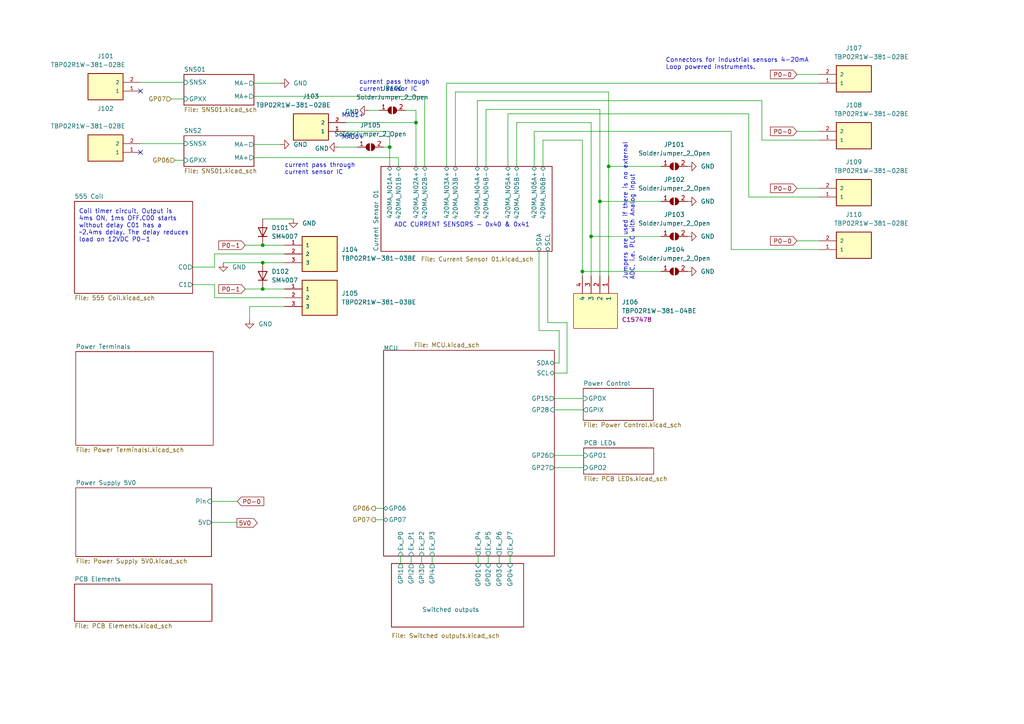
<source format=kicad_sch>
(kicad_sch (version 20211123) (generator eeschema)
  (paper "A4")
  (lib_symbols
    (symbol "Diode:SM4007" (pin_numbers hide) (pin_names (offset 1.016) hide)
      (property "Reference" "D" (at 0 2.54 0))
      (property "Value" "SM4007" (at 0 -2.54 0))
      (symbol "SM4007_0_1"
        (polyline (pts (xy -1.27 1.27) (xy -1.27 -1.27)) (stroke (width 0.254)))
        (polyline (pts (xy 1.27 0) (xy -1.27 0)))
        (polyline (pts (xy 1.27 1.27) (xy 1.27 -1.27) (xy -1.27 0) (xy 1.27 1.27)) (stroke (width 0.254)))
      )
      (symbol "SM4007_1_1"
        (pin passive line (at -3.81 0 0) (length 2.54) (name "K") (number "1"))
        (pin passive line (at 3.81 0 180) (length 2.54) (name "A") (number "2"))
      )
    )
    (symbol "Jumper:SolderJumper_2_Open" (pin_names (offset 0) hide)
      (property "Reference" "JP" (at 0 2.032 0))
      (property "Value" "SolderJumper_2_Open" (at 0 -2.54 0))
      (symbol "SolderJumper_2_Open_0_1"
        (arc (start -0.254 1.016) (mid -1.27 0) (end -0.254 -1.016))
        (arc (start -0.254 1.016) (mid -1.27 0) (end -0.254 -1.016) (fill (type outline)))
        (polyline (pts (xy -0.254 1.016) (xy -0.254 -1.016)))
        (polyline (pts (xy 0.254 1.016) (xy 0.254 -1.016)))
        (arc (start 0.254 -1.016) (mid 1.27 0) (end 0.254 1.016))
        (arc (start 0.254 -1.016) (mid 1.27 0) (end 0.254 1.016) (fill (type outline)))
      )
      (symbol "SolderJumper_2_Open_1_1"
        (pin passive line (at -3.81 0 0) (length 2.54) (name "A") (number "1"))
        (pin passive line (at 3.81 0 180) (length 2.54) (name "B") (number "2"))
      )
    )
    (symbol "PCB_Library:TBP02R1W-381-02BE" (pin_names (offset 1.016))
      (property "Reference" "J" (at -5.588 5.08 0))
      (property "Value" "TBP02R1W-381-02BE" (at -5.08 -5.08 0))
      (property "LCSC" "C507015" (at 0 0 0))
      (symbol "TBP02R1W-381-02BE_0_0"
        (rectangle (start -5.08 -2.54) (end 5.08 5.08) (stroke (width 0.254)) (fill (type background)))
        (pin passive line (at -10.16 2.54 0) (length 5.08) (name "1") (number "1"))
        (pin passive line (at -10.16 0 0) (length 5.08) (name "2") (number "2"))
      )
    )
    (symbol "PCB_Library:TBP02R1W-381-03BE" (pin_names (offset 1.016))
      (property "Reference" "J" (at -5.588 5.08 0))
      (property "Value" "TBP02R1W-381-03BE" (at -5.08 -7.62 0))
      (symbol "TBP02R1W-381-03BE_0_0"
        (rectangle (start -5.08 -5.08) (end 5.08 5.08) (stroke (width 0.254)) (fill (type background)))
        (pin passive line (at -10.16 2.54 0) (length 5.08) (name "1") (number "1"))
        (pin passive line (at -10.16 0 0) (length 5.08) (name "2") (number "2"))
        (pin passive line (at -10.16 -2.54 0) (length 5.08) (name "3") (number "3"))
      )
    )
    (symbol "PCB_Library:TBP02R1W-381-04BE" (pin_names (offset 0.762))
      (property "Reference" "J" (at 16.51 7.62 0))
      (property "Value" "TBP02R1W-381-04BE" (at 16.51 5.08 0))
      (property "LCSC" "C157478" (at 1.27 4.445 0))
      (symbol "TBP02R1W-381-04BE_0_0"
        (pin passive line (at 0 0 0) (length 5.08) (name "1") (number "1"))
        (pin passive line (at 0 -2.54 0) (length 5.08) (name "2") (number "2"))
        (pin passive line (at 0 -5.08 0) (length 5.08) (name "3") (number "3"))
        (pin passive line (at 0 -7.62 0) (length 5.08) (name "4") (number "4"))
      )
      (symbol "TBP02R1W-381-04BE_0_1"
        (polyline (pts (xy 5.08 2.54) (xy 15.24 2.54) (xy 15.24 -10.16) (xy 5.08 -10.16) (xy 5.08 2.54)) (stroke (width 0.1524)) (fill (type background)))
      )
    )
    (symbol "TBP02R1W-381-02BE_1" (pin_names (offset 1.016))
      (property "Reference" "J" (at -5.588 5.08 0))
      (property "Value" "TBP02R1W-381-02BE_1" (at -5.08 -5.08 0))
      (property "LCSC" "C507015" (at 0 0 0))
      (symbol "TBP02R1W-381-02BE_1_0_0"
        (rectangle (start -5.08 -2.54) (end 5.08 5.08) (stroke (width 0.254)) (fill (type background)))
        (pin passive line (at -10.16 2.54 0) (length 5.08) (name "1") (number "1"))
        (pin passive line (at -10.16 0 0) (length 5.08) (name "2") (number "2"))
      )
    )
    (symbol "TBP02R1W-381-02BE_2" (pin_names (offset 1.016))
      (property "Reference" "J" (at -5.588 5.08 0))
      (property "Value" "TBP02R1W-381-02BE_2" (at -5.08 -5.08 0))
      (property "LCSC" "C507015" (at 0 0 0))
      (symbol "TBP02R1W-381-02BE_2_0_0"
        (rectangle (start -5.08 -2.54) (end 5.08 5.08) (stroke (width 0.254)) (fill (type background)))
        (pin passive line (at -10.16 2.54 0) (length 5.08) (name "1") (number "1"))
        (pin passive line (at -10.16 0 0) (length 5.08) (name "2") (number "2"))
      )
    )
    (symbol "TBP02R1W-381-02BE_3" (pin_names (offset 1.016))
      (property "Reference" "J" (at -5.588 5.08 0))
      (property "Value" "TBP02R1W-381-02BE_3" (at -5.08 -5.08 0))
      (property "LCSC" "C507015" (at 0 0 0))
      (symbol "TBP02R1W-381-02BE_3_0_0"
        (rectangle (start -5.08 -2.54) (end 5.08 5.08) (stroke (width 0.254)) (fill (type background)))
        (pin passive line (at -10.16 2.54 0) (length 5.08) (name "1") (number "1"))
        (pin passive line (at -10.16 0 0) (length 5.08) (name "2") (number "2"))
      )
    )
    (symbol "TBP02R1W-381-02BE_4" (pin_names (offset 1.016))
      (property "Reference" "J" (at -5.588 5.08 0))
      (property "Value" "TBP02R1W-381-02BE_4" (at -5.08 -5.08 0))
      (property "LCSC" "C507015" (at 0 0 0))
      (symbol "TBP02R1W-381-02BE_4_0_0"
        (rectangle (start -5.08 -2.54) (end 5.08 5.08) (stroke (width 0.254)) (fill (type background)))
        (pin passive line (at -10.16 2.54 0) (length 5.08) (name "1") (number "1"))
        (pin passive line (at -10.16 0 0) (length 5.08) (name "2") (number "2"))
      )
    )
    (symbol "TBP02R1W-381-02BE_5" (pin_names (offset 1.016))
      (property "Reference" "J" (at -5.588 5.08 0))
      (property "Value" "TBP02R1W-381-02BE_5" (at -5.08 -5.08 0))
      (property "LCSC" "C507015" (at 0 0 0))
      (symbol "TBP02R1W-381-02BE_5_0_0"
        (rectangle (start -5.08 -2.54) (end 5.08 5.08) (stroke (width 0.254)) (fill (type background)))
        (pin passive line (at -10.16 2.54 0) (length 5.08) (name "1") (number "1"))
        (pin passive line (at -10.16 0 0) (length 5.08) (name "2") (number "2"))
      )
    )
    (symbol "TBP02R1W-381-02BE_6" (pin_names (offset 1.016))
      (property "Reference" "J" (at -5.588 5.08 0))
      (property "Value" "TBP02R1W-381-02BE_6" (at -5.08 -5.08 0))
      (property "LCSC" "C507015" (at 0 0 0))
      (symbol "TBP02R1W-381-02BE_6_0_0"
        (rectangle (start -5.08 -2.54) (end 5.08 5.08) (stroke (width 0.254)) (fill (type background)))
        (pin passive line (at -10.16 2.54 0) (length 5.08) (name "1") (number "1"))
        (pin passive line (at -10.16 0 0) (length 5.08) (name "2") (number "2"))
      )
    )
    (symbol "TBP02R1W-381-03BE_1" (pin_names (offset 1.016))
      (property "Reference" "J" (at -5.588 5.08 0))
      (property "Value" "TBP02R1W-381-03BE_1" (at -5.08 -7.62 0))
      (symbol "TBP02R1W-381-03BE_1_0_0"
        (rectangle (start -5.08 -5.08) (end 5.08 5.08) (stroke (width 0.254)) (fill (type background)))
        (pin passive line (at -10.16 2.54 0) (length 5.08) (name "1") (number "1"))
        (pin passive line (at -10.16 0 0) (length 5.08) (name "2") (number "2"))
        (pin passive line (at -10.16 -2.54 0) (length 5.08) (name "3") (number "3"))
      )
    )
    (symbol "power:GND" (power) (pin_names (offset 0))
      (property "Value" "GND" (at 0 -3.81 0))
      (symbol "GND_0_1"
        (polyline (pts (xy 0 0) (xy 0 -1.27) (xy 1.27 -1.27) (xy 0 -2.54) (xy -1.27 -1.27) (xy 0 -1.27)))
      )
      (symbol "GND_1_1"
        (pin power_in line (at 0 0 270) (length 0) hide (name "GND") (number "1"))
      )
    )
  )
  (junction (at 76.2 83.82))
  (junction (at 171.45 68.58))
  (junction (at 120.65 35.56))
  (junction (at 176.53 48.26))
  (junction (at 173.99 58.42))
  (junction (at 168.91 78.74))
  (junction (at 76.2 71.12))
  (junction (at 76.2 76.2))
  (junction (at 113.03 42.672))
  (no_connect (at 40.767 26.416))
  (no_connect (at 40.767 44.196))
  (wire (pts (xy 100.33 38.1) (xy 113.03 38.1)))
  (wire (pts (xy 82.55 86.36) (xy 62.23 86.36)))
  (wire (pts (xy 171.45 35.56) (xy 171.45 68.58)))
  (wire (pts (xy 72.39 88.9) (xy 72.39 92.71)))
  (wire (pts (xy 168.91 40.64) (xy 157.48 40.64)))
  (wire (pts (xy 138.684 161.29) (xy 138.684 163.449)))
  (wire (pts (xy 113.03 42.672) (xy 113.03 48.26)))
  (wire (pts (xy 191.77 78.74) (xy 168.91 78.74)))
  (wire (pts (xy 164.465 93.599) (xy 164.465 108.204)))
  (wire (pts (xy 73.66 24.13) (xy 81.28 24.13)))
  (wire (pts (xy 123.19 27.94) (xy 123.19 48.26)))
  (wire (pts (xy 61.341 151.511) (xy 68.707 151.511)))
  (wire (pts (xy 231.14 54.61) (xy 237.49 54.61)))
  (wire (pts (xy 176.53 48.26) (xy 191.77 48.26)))
  (wire (pts (xy 160.782 118.872) (xy 169.164 118.872)))
  (wire (pts (xy 115.57 48.26) (xy 115.57 45.72)))
  (wire (pts (xy 62.23 82.55) (xy 55.88 82.55)))
  (wire (pts (xy 129.54 24.13) (xy 237.49 24.13)))
  (wire (pts (xy 149.86 35.56) (xy 171.45 35.56)))
  (wire (pts (xy 173.99 80.01) (xy 173.99 58.42)))
  (wire (pts (xy 144.78 161.29) (xy 144.78 163.449)))
  (wire (pts (xy 82.55 88.9) (xy 72.39 88.9)))
  (wire (pts (xy 173.99 58.42) (xy 191.77 58.42)))
  (wire (pts (xy 149.86 48.26) (xy 149.86 35.56)))
  (wire (pts (xy 113.03 38.1) (xy 113.03 42.672)))
  (wire (pts (xy 129.54 24.13) (xy 129.54 48.26)))
  (wire (pts (xy 108.839 147.447) (xy 111.252 147.447)))
  (wire (pts (xy 217.17 57.15) (xy 217.17 33.02)))
  (wire (pts (xy 76.2 76.2) (xy 82.55 76.2)))
  (wire (pts (xy 100.33 35.56) (xy 120.65 35.56)))
  (wire (pts (xy 158.877 72.898) (xy 158.877 93.599)))
  (wire (pts (xy 106.934 32.004) (xy 109.982 32.004)))
  (wire (pts (xy 119.253 161.29) (xy 119.253 163.449)))
  (wire (pts (xy 212.09 38.1) (xy 212.09 72.39)))
  (wire (pts (xy 158.877 93.599) (xy 164.465 93.599)))
  (wire (pts (xy 160.782 105.283) (xy 162.179 105.283)))
  (wire (pts (xy 171.45 68.58) (xy 191.77 68.58)))
  (wire (pts (xy 160.782 115.57) (xy 169.164 115.57)))
  (wire (pts (xy 68.707 151.511) (xy 68.707 151.638)))
  (wire (pts (xy 62.23 73.66) (xy 82.55 73.66)))
  (wire (pts (xy 176.53 80.01) (xy 176.53 48.26)))
  (wire (pts (xy 73.66 41.91) (xy 81.28 41.91)))
  (wire (pts (xy 122.301 161.29) (xy 122.301 163.449)))
  (wire (pts (xy 147.32 33.02) (xy 147.32 48.26)))
  (wire (pts (xy 132.08 48.26) (xy 132.08 26.67)))
  (wire (pts (xy 108.839 150.749) (xy 111.252 150.749)))
  (wire (pts (xy 132.08 26.67) (xy 176.53 26.67)))
  (wire (pts (xy 98.171 42.672) (xy 103.632 42.672)))
  (wire (pts (xy 115.57 45.72) (xy 73.66 45.72)))
  (wire (pts (xy 168.91 78.74) (xy 168.91 80.01)))
  (wire (pts (xy 138.43 48.26) (xy 138.43 29.21)))
  (wire (pts (xy 160.782 132.08) (xy 169.291 132.08)))
  (wire (pts (xy 40.767 41.656) (xy 53.34 41.656)))
  (wire (pts (xy 171.45 80.01) (xy 171.45 68.58)))
  (wire (pts (xy 55.88 77.47) (xy 62.23 77.47)))
  (wire (pts (xy 176.53 26.67) (xy 176.53 48.26)))
  (wire (pts (xy 162.179 105.283) (xy 162.179 95.885)))
  (wire (pts (xy 71.12 71.12) (xy 76.2 71.12)))
  (wire (pts (xy 120.65 35.56) (xy 120.65 48.26)))
  (wire (pts (xy 156.337 95.885) (xy 156.337 72.898)))
  (wire (pts (xy 160.782 135.636) (xy 169.291 135.636)))
  (wire (pts (xy 49.657 28.702) (xy 53.34 28.702)))
  (wire (pts (xy 76.2 83.82) (xy 82.55 83.82)))
  (wire (pts (xy 231.14 38.1) (xy 237.49 38.1)))
  (wire (pts (xy 62.23 86.36) (xy 62.23 82.55)))
  (wire (pts (xy 168.91 78.74) (xy 168.91 40.64)))
  (wire (pts (xy 125.349 161.29) (xy 125.349 163.449)))
  (wire (pts (xy 120.65 32.004) (xy 120.65 35.56)))
  (wire (pts (xy 71.12 83.82) (xy 76.2 83.82)))
  (wire (pts (xy 231.14 21.59) (xy 237.49 21.59)))
  (wire (pts (xy 141.605 161.29) (xy 141.605 163.449)))
  (wire (pts (xy 237.49 57.15) (xy 217.17 57.15)))
  (wire (pts (xy 116.205 161.29) (xy 116.205 163.449)))
  (wire (pts (xy 164.465 108.204) (xy 160.782 108.204)))
  (wire (pts (xy 154.94 38.1) (xy 212.09 38.1)))
  (wire (pts (xy 147.32 33.02) (xy 217.17 33.02)))
  (wire (pts (xy 138.43 29.21) (xy 220.98 29.21)))
  (wire (pts (xy 173.99 58.42) (xy 173.99 31.75)))
  (wire (pts (xy 62.23 77.47) (xy 62.23 73.66)))
  (wire (pts (xy 73.66 27.94) (xy 123.19 27.94)))
  (wire (pts (xy 76.2 63.5) (xy 85.09 63.5)))
  (wire (pts (xy 162.179 95.885) (xy 156.337 95.885)))
  (wire (pts (xy 140.97 31.75) (xy 140.97 48.26)))
  (wire (pts (xy 117.602 32.004) (xy 120.65 32.004)))
  (wire (pts (xy 147.955 161.29) (xy 147.955 163.449)))
  (wire (pts (xy 64.77 76.2) (xy 76.2 76.2)))
  (wire (pts (xy 154.94 38.1) (xy 154.94 48.26)))
  (wire (pts (xy 173.99 31.75) (xy 140.97 31.75)))
  (wire (pts (xy 111.252 42.672) (xy 113.03 42.672)))
  (wire (pts (xy 61.341 145.415) (xy 68.834 145.415)))
  (wire (pts (xy 220.98 29.21) (xy 220.98 40.64)))
  (wire (pts (xy 157.48 40.64) (xy 157.48 48.26)))
  (wire (pts (xy 231.14 69.85) (xy 237.49 69.85)))
  (wire (pts (xy 76.2 71.12) (xy 82.55 71.12)))
  (wire (pts (xy 50.8 46.482) (xy 53.34 46.482)))
  (wire (pts (xy 220.98 40.64) (xy 237.49 40.64)))
  (wire (pts (xy 40.767 23.876) (xy 53.34 23.876)))
  (wire (pts (xy 212.09 72.39) (xy 237.49 72.39)))
  (text "Jumpers are used if there is no external \nADC, i.e. PLC with Analog input" (at 184.15 81.28 90) (effects (font (size 1.27 1.27)) (justify left bottom)))
  (text "Connectors for industrial sensors 4-20mA\nLoop powered instruments." (at 193.04 20.32 0) (effects (font (size 1.27 1.27)) (justify left bottom)))
  (text "MA00+" (at 99.06 40.64 0) (effects (font (size 1.27 1.27)) (justify left bottom)))
  (text "current pass through \ncurrent sensor IC" (at 82.55 50.8 0) (effects (font (size 1.27 1.27)) (justify left bottom)))
  (text "MA01+" (at 99.06 34.29 0) (effects (font (size 1.27 1.27)) (justify left bottom)))
  (text "ADC CURRENT SENSORS - 0x40 & 0x41" (at 114.3 66.04 0) (effects (font (size 1.27 1.27)) (justify left bottom)))
  (text "Coil timer circuit, Output is \n4ms ON, 1ms OFF.C00 starts \nwithout delay C01 has a \n~2.4ms delay. The delay reduces \nload on 12VDC P0-1\n\n" (at 22.86 72.39 0) (effects (font (size 1.27 1.27)) (justify left bottom)))
  (text "current pass through \ncurrent sensor IC" (at 104.14 26.67 0) (effects (font (size 1.27 1.27)) (justify left bottom)))
  (global_label "P0-0" (shape input) (at 231.14 69.85 180) (property "Intersheet References" "${INTERSHEET_REFS}" (effects hide)))
  (global_label "5V0" (shape output) (at 68.707 151.638 0) (property "Intersheet References" "${INTERSHEET_REFS}" (effects hide)))
  (global_label "P0-0" (shape input) (at 231.14 54.61 180) (property "Intersheet References" "${INTERSHEET_REFS}" (effects hide)))
  (global_label "P0-0" (shape input) (at 68.834 145.415 0) (property "Intersheet References" "${INTERSHEET_REFS}" (effects hide)))
  (global_label "P0-0" (shape input) (at 231.14 38.1 180) (property "Intersheet References" "${INTERSHEET_REFS}" (effects hide)))
  (global_label "P0-1" (shape input) (at 71.12 83.82 180) (property "Intersheet References" "${INTERSHEET_REFS}" (effects hide)))
  (global_label "P0-0" (shape input) (at 231.14 21.59 180) (property "Intersheet References" "${INTERSHEET_REFS}" (effects hide)))
  (global_label "P0-1" (shape input) (at 71.12 71.12 180) (property "Intersheet References" "${INTERSHEET_REFS}" (effects hide)))
  (hierarchical_label "GP07" (shape output) (at 108.839 150.749 180))
  (hierarchical_label "GP06" (shape output) (at 108.839 147.447 180))
  (hierarchical_label "GP07" (shape input) (at 49.657 28.702 180))
  (hierarchical_label "GP06" (shape input) (at 50.8 46.482 180))
  (symbol (lib_name "TBP02R1W-381-02BE_1") (lib_id "PCB_Library:TBP02R1W-381-02BE") (at 30.607 23.876 180) (unit 1)
    (property "Reference" "J101" (at 30.607 16.256 0))
    (property "Value" "TBP02R1W-381-02BE" (at 25.527 18.796 0))
    (property "Footprint" "PCB_Library:15EDGVM-3.81-02P-14-00A(H)" (effects hide))
    (property "Datasheet" "https://datasheet.lcsc.com/lcsc/2004011035_DEGSON-15EDGVM-3-81-02P-14-00A-H_C507020.pdf" (effects hide))
    (property "STANDARD" "Manufacturer Recommendations" (effects hide))
    (property "MANUFACTURER" "CUI" (effects hide))
    (property "LCSC" "C507015" (effects hide))
  )
  (symbol (lib_id "power:GND") (at 199.39 68.58 90) (unit 1)
    (property "Reference" "#PWR0108" (effects hide))
    (property "Value" "GND" (at 203.2 68.5799 90) (effects (justify right)))
  )
  (symbol (lib_id "power:GND") (at 81.28 41.91 90) (unit 1)
    (property "Reference" "#PWR0104" (effects hide))
    (property "Value" "GND" (at 85.09 41.9099 90) (effects (justify right)))
  )
  (symbol (lib_id "Jumper:SolderJumper_2_Open") (at 195.58 68.58 0) (unit 1)
    (property "Reference" "JP103" (at 195.58 62.23 0))
    (property "Value" "SolderJumper_2_Open" (at 195.58 64.77 0))
    (property "Footprint" "Footprints:SolderJumper-2_P1.3mm_Open_RoundedPad1.0x1.5mm" (effects hide))
  )
  (symbol (lib_name "TBP02R1W-381-02BE_4") (lib_id "PCB_Library:TBP02R1W-381-02BE") (at 247.65 21.59 0) (mirror x) (unit 1)
    (property "Reference" "J107" (at 247.65 13.97 0))
    (property "Value" "TBP02R1W-381-02BE" (at 252.73 16.51 0))
    (property "Footprint" "PCB_Library:15EDGVM-3.81-02P-14-00A(H)" (effects hide))
    (property "Datasheet" "https://datasheet.lcsc.com/lcsc/2004011035_DEGSON-15EDGVM-3-81-02P-14-00A-H_C507020.pdf" (effects hide))
    (property "STANDARD" "Manufacturer Recommendations" (effects hide))
    (property "MANUFACTURER" "CUI" (effects hide))
    (property "LCSC" "C507015" (effects hide))
  )
  (symbol (lib_id "PCB_Library:TBP02R1W-381-03BE") (at 92.71 86.36 0) (unit 1)
    (property "Reference" "J105" (at 99.06 85.0899 0) (effects (justify left)))
    (property "Value" "TBP02R1W-381-03BE" (at 99.06 87.6299 0) (effects (justify left)))
    (property "Footprint" "PCB_Library:15EDGVM-3.81-03P-14-00A(H)" (effects hide))
    (property "Datasheet" "https://datasheet.lcsc.com/lcsc/1912251710_Ningbo-Kangnex-Elec-WJ15EDGVM-3-81-3P_C106870.pdf" (effects hide))
    (property "STANDARD" "Manufacturer Recommendations" (effects hide))
    (property "MANUFACTURER" "DEGSON" (effects hide))
    (property "LCSC" "C528717" (effects hide))
  )
  (symbol (lib_id "PCB_Library:TBP02R1W-381-04BE") (at 176.53 80.01 270) (unit 1)
    (property "Reference" "J106" (at 180.34 87.6299 90) (effects (justify left)))
    (property "Value" "TBP02R1W-381-04BE" (at 180.34 90.1699 90) (effects (justify left)))
    (property "Footprint" "Library:CUI_TBP02R1W-381-04GR-UPDATE" (effects hide))
    (property "Datasheet" "https://www.cui.com/product/resource/tbp02r1w-381.pdf" (effects hide))
    (property "Description" "Position Terminal Block Header, Male Pins, Shrouded (4 Side) 0.150\" (3.81mm) 90, Right Angle Through Hole" (effects hide))
    (property "Height" "7.2" (effects hide))
    (property "Manufacturer_Name" "CUI Inc." (effects hide))
    (property "Manufacturer_Part_Number" "TBP02R1W-381-04BE" (effects hide))
    (property "LCSC" "C157478" (at 180.34 92.7099 90) (effects (justify left)))
  )
  (symbol (lib_id "Jumper:SolderJumper_2_Open") (at 195.58 48.26 0) (unit 1)
    (property "Reference" "JP101" (at 195.58 41.91 0))
    (property "Value" "SolderJumper_2_Open" (at 195.58 44.45 0))
    (property "Footprint" "Footprints:SolderJumper-2_P1.3mm_Open_RoundedPad1.0x1.5mm" (effects hide))
  )
  (symbol (lib_id "power:GND") (at 85.09 63.5 0) (unit 1)
    (property "Reference" "#PWR0105" (effects hide))
    (property "Value" "GND" (at 87.63 64.7699 0) (effects (justify left)))
  )
  (symbol (lib_name "TBP02R1W-381-02BE_5") (lib_id "PCB_Library:TBP02R1W-381-02BE") (at 247.65 69.85 0) (mirror x) (unit 1)
    (property "Reference" "J110" (at 247.65 62.23 0))
    (property "Value" "TBP02R1W-381-02BE" (at 252.73 64.77 0))
    (property "Footprint" "PCB_Library:15EDGVM-3.81-02P-14-00A(H)" (effects hide))
    (property "Datasheet" "https://datasheet.lcsc.com/lcsc/2004011035_DEGSON-15EDGVM-3-81-02P-14-00A-H_C507020.pdf" (effects hide))
    (property "STANDARD" "Manufacturer Recommendations" (effects hide))
    (property "MANUFACTURER" "CUI" (effects hide))
    (property "LCSC" "C507015" (effects hide))
  )
  (symbol (lib_id "power:GND") (at 98.171 42.672 270) (mirror x) (unit 1)
    (property "Reference" "#PWR0110" (effects hide))
    (property "Value" "GND" (at 91.313 43.053 90) (effects (justify left)))
  )
  (symbol (lib_id "Diode:SM4007") (at 76.2 80.01 90) (unit 1)
    (property "Reference" "D102" (at 78.74 78.7399 90) (effects (justify right)))
    (property "Value" "SM4007" (at 78.74 81.2799 90) (effects (justify right)))
    (property "Footprint" "Diode_SMD:D_MELF" (effects hide))
    (property "Datasheet" "http://cdn-reichelt.de/documents/datenblatt/A400/SMD1N400%23DIO.pdf" (effects hide))
    (property "LCSC" "C64898" (effects hide))
  )
  (symbol (lib_id "power:GND") (at 106.934 32.004 270) (mirror x) (unit 1)
    (property "Reference" "#PWR0111" (effects hide))
    (property "Value" "GND" (at 100.076 32.385 90) (effects (justify left)))
  )
  (symbol (lib_id "Jumper:SolderJumper_2_Open") (at 107.442 42.672 0) (unit 1)
    (property "Reference" "JP105" (at 107.442 36.322 0))
    (property "Value" "SolderJumper_2_Open" (at 107.442 38.862 0))
    (property "Footprint" "Footprints:SolderJumper-2_P1.3mm_Open_RoundedPad1.0x1.5mm" (effects hide))
  )
  (symbol (lib_name "TBP02R1W-381-02BE_6") (lib_id "PCB_Library:TBP02R1W-381-02BE") (at 247.65 54.61 0) (mirror x) (unit 1)
    (property "Reference" "J109" (at 247.65 46.99 0))
    (property "Value" "TBP02R1W-381-02BE" (at 252.73 49.53 0))
    (property "Footprint" "PCB_Library:15EDGVM-3.81-02P-14-00A(H)" (effects hide))
    (property "Datasheet" "https://datasheet.lcsc.com/lcsc/2004011035_DEGSON-15EDGVM-3-81-02P-14-00A-H_C507020.pdf" (effects hide))
    (property "STANDARD" "Manufacturer Recommendations" (effects hide))
    (property "MANUFACTURER" "CUI" (effects hide))
    (property "LCSC" "C507015" (effects hide))
  )
  (symbol (lib_id "Jumper:SolderJumper_2_Open") (at 195.58 78.74 0) (unit 1)
    (property "Reference" "JP104" (at 195.58 72.39 0))
    (property "Value" "SolderJumper_2_Open" (at 195.58 74.93 0))
    (property "Footprint" "Footprints:SolderJumper-2_P1.3mm_Open_RoundedPad1.0x1.5mm" (effects hide))
  )
  (symbol (lib_name "TBP02R1W-381-02BE_2") (lib_id "PCB_Library:TBP02R1W-381-02BE") (at 30.607 41.656 180) (unit 1)
    (property "Reference" "J102" (at 30.607 31.496 0))
    (property "Value" "TBP02R1W-381-02BE" (at 25.527 36.576 0))
    (property "Footprint" "PCB_Library:15EDGVM-3.81-02P-14-00A(H)" (effects hide))
    (property "Datasheet" "https://datasheet.lcsc.com/lcsc/2004011035_DEGSON-15EDGVM-3-81-02P-14-00A-H_C507020.pdf" (effects hide))
    (property "STANDARD" "Manufacturer Recommendations" (effects hide))
    (property "MANUFACTURER" "CUI" (effects hide))
    (property "LCSC" "C507015" (effects hide))
  )
  (symbol (lib_id "power:GND") (at 199.39 48.26 90) (unit 1)
    (property "Reference" "#PWR0106" (effects hide))
    (property "Value" "GND" (at 203.2 48.2599 90) (effects (justify right)))
  )
  (symbol (lib_name "TBP02R1W-381-03BE_1") (lib_id "PCB_Library:TBP02R1W-381-03BE") (at 92.71 73.66 0) (unit 1)
    (property "Reference" "J104" (at 99.06 72.3899 0) (effects (justify left)))
    (property "Value" "TBP02R1W-381-03BE" (at 99.06 74.9299 0) (effects (justify left)))
    (property "Footprint" "PCB_Library:15EDGVM-3.81-03P-14-00A(H)" (effects hide))
    (property "Datasheet" "https://datasheet.lcsc.com/lcsc/1912251710_Ningbo-Kangnex-Elec-WJ15EDGVM-3-81-3P_C106870.pdf" (effects hide))
    (property "STANDARD" "Manufacturer Recommendations" (effects hide))
    (property "MANUFACTURER" "CUI" (effects hide))
    (property "LCSC" "C528717" (effects hide))
  )
  (symbol (lib_id "power:GND") (at 199.39 78.74 90) (unit 1)
    (property "Reference" "#PWR0109" (effects hide))
    (property "Value" "GND" (at 203.2 78.7399 90) (effects (justify right)))
  )
  (symbol (lib_id "power:GND") (at 64.77 76.2 0) (unit 1)
    (property "Reference" "#PWR0101" (effects hide))
    (property "Value" "GND" (at 67.31 77.4699 0) (effects (justify left)))
  )
  (symbol (lib_id "Jumper:SolderJumper_2_Open") (at 195.58 58.42 0) (unit 1)
    (property "Reference" "JP102" (at 195.58 52.07 0))
    (property "Value" "SolderJumper_2_Open" (at 195.58 54.61 0))
    (property "Footprint" "Footprints:SolderJumper-2_P1.3mm_Open_RoundedPad1.0x1.5mm" (effects hide))
  )
  (symbol (lib_id "power:GND") (at 81.28 24.13 90) (unit 1)
    (property "Reference" "#PWR0103" (effects hide))
    (property "Value" "GND" (at 85.09 24.1299 90) (effects (justify right)))
  )
  (symbol (lib_id "Jumper:SolderJumper_2_Open") (at 113.792 32.004 0) (unit 1)
    (property "Reference" "JP106" (at 113.792 25.654 0))
    (property "Value" "SolderJumper_2_Open" (at 113.792 28.194 0))
    (property "Footprint" "Footprints:SolderJumper-2_P1.3mm_Open_RoundedPad1.0x1.5mm" (effects hide))
  )
  (symbol (lib_id "Diode:SM4007") (at 76.2 67.31 90) (unit 1)
    (property "Reference" "D101" (at 78.74 66.0399 90) (effects (justify right)))
    (property "Value" "SM4007" (at 78.74 68.5799 90) (effects (justify right)))
    (property "Footprint" "Diode_SMD:D_MELF" (effects hide))
    (property "Datasheet" "http://cdn-reichelt.de/documents/datenblatt/A400/SMD1N400%23DIO.pdf" (effects hide))
    (property "LCSC" "C64898" (effects hide))
  )
  (symbol (lib_name "TBP02R1W-381-02BE_3") (lib_id "PCB_Library:TBP02R1W-381-02BE") (at 90.17 35.56 180) (unit 1)
    (property "Reference" "J103" (at 90.17 27.94 0))
    (property "Value" "TBP02R1W-381-02BE" (at 85.09 30.48 0))
    (property "Footprint" "PCB_Library:15EDGVM-3.81-02P-14-00A(H)" (effects hide))
    (property "Datasheet" "https://datasheet.lcsc.com/lcsc/2004011035_DEGSON-15EDGVM-3-81-02P-14-00A-H_C507020.pdf" (effects hide))
    (property "STANDARD" "Manufacturer Recommendations" (effects hide))
    (property "MANUFACTURER" "CUI" (effects hide))
    (property "LCSC" "C507015" (effects hide))
  )
  (symbol (lib_id "power:GND") (at 199.39 58.42 90) (unit 1)
    (property "Reference" "#PWR0107" (effects hide))
    (property "Value" "GND" (at 203.2 58.4199 90) (effects (justify right)))
  )
  (symbol (lib_id "PCB_Library:TBP02R1W-381-02BE") (at 247.65 38.1 0) (mirror x) (unit 1)
    (property "Reference" "J108" (at 247.65 30.48 0))
    (property "Value" "TBP02R1W-381-02BE" (at 252.73 33.02 0))
    (property "Footprint" "PCB_Library:15EDGVM-3.81-02P-14-00A(H)" (effects hide))
    (property "Datasheet" "https://datasheet.lcsc.com/lcsc/2004011035_DEGSON-15EDGVM-3-81-02P-14-00A-H_C507020.pdf" (effects hide))
    (property "STANDARD" "Manufacturer Recommendations" (effects hide))
    (property "MANUFACTURER" "CUI" (effects hide))
    (property "LCSC" "C507015" (effects hide))
  )
  (symbol (lib_id "power:GND") (at 72.39 92.71 0) (unit 1)
    (property "Reference" "#PWR0102" (effects hide))
    (property "Value" "GND" (at 74.93 93.9799 0) (effects (justify left)))
  )
  (sheet (at 21.971 141.478) (size 39.37 19.939) (stroke (width 0.1524))
    (property "Sheet name" "Power Supply 5V0" (at 21.971 140.7664 0) (effects (justify left bottom)))
    (property "Sheet file" "Power Supply 5V0.kicad_sch" (at 21.971 162.0016 0) (effects (justify left top)))
    (pin "Pin" input (at 61.341 145.415 0))
    (pin "5V" output (at 61.341 151.511 0))
  )
  (sheet (at 113.538 163.449) (size 38.354 18.415) (stroke (width 0.1524))
    (property "Sheet name" "Switched outputs" (at 122.428 177.546 0) (effects (justify left bottom)))
    (property "Sheet file" "Switched outputs.kicad_sch" (at 113.538 183.642 0) (effects (justify left top)))
    (pin "GPO3" input (at 144.78 163.449 90))
    (pin "GPI3" output (at 122.301 163.449 90))
    (pin "GPI4" output (at 125.349 163.449 90))
    (pin "GPO4" input (at 147.955 163.449 90))
    (pin "GPO2" input (at 141.605 163.449 90))
    (pin "GPI2" output (at 119.253 163.449 90))
    (pin "GPI1" output (at 116.205 163.449 90))
    (pin "GPO1" input (at 138.684 163.449 90))
  )
  (sheet (at 169.164 112.649) (size 20.32 9.271) (stroke (width 0.1524))
    (property "Sheet name" "Power Control" (at 169.164 111.9374 0) (effects (justify left bottom)))
    (property "Sheet file" "Power Control.kicad_sch" (at 169.164 122.5046 0) (effects (justify left top)))
    (pin "GPIX" output (at 169.164 118.872 180))
    (pin "GPOX" input (at 169.164 115.57 180))
  )
  (sheet (at 21.59 169.418) (size 39.878 10.795) (stroke (width 0.1524))
    (property "Sheet name" "PCB Elements" (at 21.59 168.7064 0) (effects (justify left bottom)))
    (property "Sheet file" "PCB Elements.kicad_sch" (at 21.59 180.7976 0) (effects (justify left top)))
  )
  (sheet (at 169.291 129.921) (size 20.32 7.62) (stroke (width 0.1524))
    (property "Sheet name" "PCB LEDs" (at 169.291 129.2094 0) (effects (justify left bottom)))
    (property "Sheet file" "PCB LEDs.kicad_sch" (at 169.291 138.1256 0) (effects (justify left top)))
    (pin "GPO2" input (at 169.291 135.636 180))
    (pin "GPO1" input (at 169.291 132.08 180))
  )
  (sheet (at 111.252 101.6) (size 49.53 59.69) (stroke (width 0.1524))
    (property "Sheet name" "MCU" (at 111.252 101.727 0) (effects (justify left bottom)))
    (property "Sheet file" "MCU.kicad_sch" (at 120.015 99.314 0) (effects (justify left top)))
    (pin "SDA" bidirectional (at 160.782 105.283 0))
    (pin "SCL" bidirectional (at 160.782 108.204 0))
    (pin "GP06" bidirectional (at 111.252 147.447 180))
    (pin "GP07" bidirectional (at 111.252 150.749 180))
    (pin "GP28" input (at 160.782 118.872 0))
    (pin "GP15" output (at 160.782 115.57 0))
    (pin "GP26" output (at 160.782 132.08 0))
    (pin "GP27" output (at 160.782 135.636 0))
    (pin "Ex_P0" input (at 116.205 161.29 270))
    (pin "Ex_P1" input (at 119.253 161.29 270))
    (pin "Ex_P2" input (at 122.301 161.29 270))
    (pin "Ex_P3" input (at 125.349 161.29 270))
    (pin "Ex_P4" output (at 138.684 161.29 270))
    (pin "Ex_P5" output (at 141.605 161.29 270))
    (pin "Ex_P6" output (at 144.78 161.29 270))
    (pin "Ex_P7" output (at 147.955 161.29 270))
  )
  (sheet (at 21.59 58.42) (size 34.29 26.67) (stroke (width 0.1524))
    (property "Sheet name" "555 Coil" (at 21.59 57.7084 0) (effects (justify left bottom)))
    (property "Sheet file" "555 Coil.kicad_sch" (at 21.59 85.6746 0) (effects (justify left top)))
    (pin "CO" output (at 55.88 77.47 0))
    (pin "C1" output (at 55.88 82.55 0))
  )
  (sheet (at 110.49 48.26) (size 49.657 24.638) (stroke (width 0.1524))
    (property "Sheet name" "Current Sensor 01" (at 109.7784 72.898 90) (effects (justify left bottom)))
    (property "Sheet file" "Current Sensor 01.kicad_sch" (at 122.047 74.422 0) (effects (justify left top)))
    (pin "420MA_N03A+" bidirectional (at 129.54 48.26 90))
    (pin "420MA_N03B-" bidirectional (at 132.08 48.26 90))
    (pin "420MA_N04A+" bidirectional (at 138.43 48.26 90))
    (pin "420MA_N04B-" bidirectional (at 140.97 48.26 90))
    (pin "420MA_N01A+" bidirectional (at 113.03 48.26 90))
    (pin "420MA_N01B-" bidirectional (at 115.57 48.26 90))
    (pin "420MA_N02B-" bidirectional (at 123.19 48.26 90))
    (pin "420MA_N02A+" bidirectional (at 120.65 48.26 90))
    (pin "420MA_N05A+" bidirectional (at 147.32 48.26 90))
    (pin "420MA_N05B-" bidirectional (at 149.86 48.26 90))
    (pin "420MA_N06B-" bidirectional (at 157.48 48.26 90))
    (pin "420MA_N06A+" bidirectional (at 154.94 48.26 90))
    (pin "SCL" bidirectional (at 158.877 72.898 270))
    (pin "SDA" bidirectional (at 156.337 72.898 270))
  )
  (sheet (at 21.971 101.981) (size 39.878 27.178) (stroke (width 0.1524))
    (property "Sheet name" "Power Terminals" (at 21.971 101.2694 0) (effects (justify left bottom)))
    (property "Sheet file" "Power Terminalsl.kicad_sch" (at 21.971 129.7436 0) (effects (justify left top)))
  )
  (sheet (at 53.34 21.59) (size 20.32 8.89) (stroke (width 0.1524))
    (property "Sheet name" "SNS01" (at 53.34 20.8784 0) (effects (justify left bottom)))
    (property "Sheet file" "SNS01.kicad_sch" (at 53.34 31.0646 0) (effects (justify left top)))
    (pin "MA-" output (at 73.66 24.13 0))
    (pin "MA+" output (at 73.66 27.94 0))
    (pin "GPXX" input (at 53.34 28.702 180))
    (pin "SNSX" input (at 53.34 23.876 180))
  )
  (sheet (at 53.34 39.37) (size 20.32 8.89) (stroke (width 0.1524))
    (property "Sheet name" "SNS2" (at 53.34 38.6584 0) (effects (justify left bottom)))
    (property "Sheet file" "SNS01.kicad_sch" (at 53.34 48.8446 0) (effects (justify left top)))
    (pin "MA-" output (at 73.66 41.91 0))
    (pin "MA+" output (at 73.66 45.72 0))
    (pin "GPXX" input (at 53.34 46.482 180))
    (pin "SNSX" input (at 53.34 41.656 180))
  )
)
</source>
